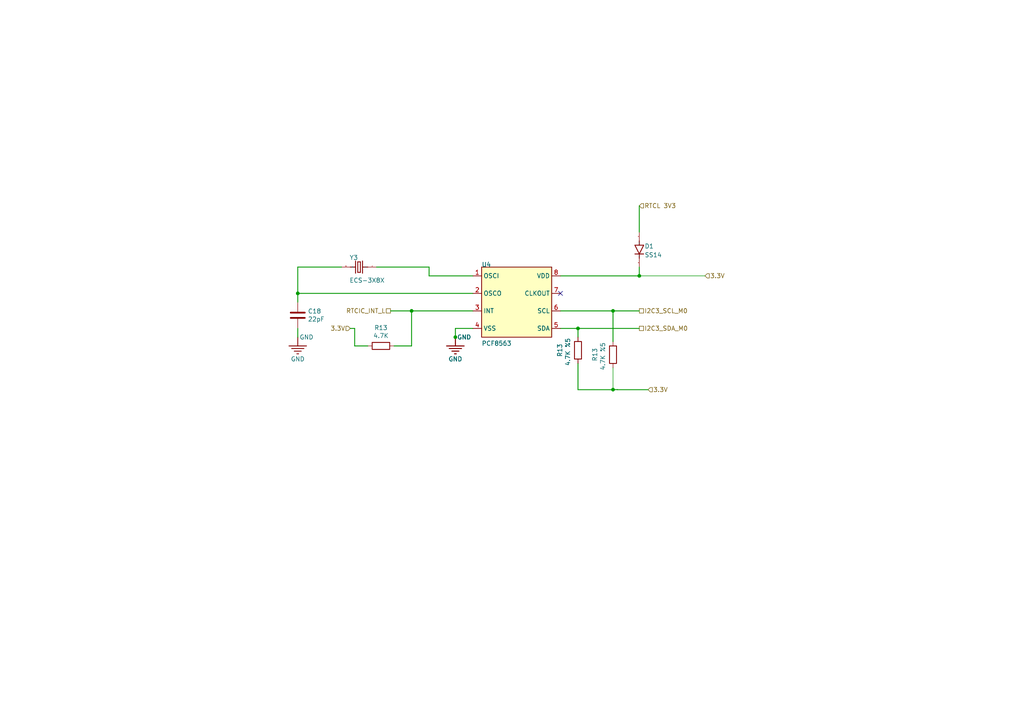
<source format=kicad_sch>
(kicad_sch (version 20230819) (generator eeschema)
  (paper "A4")
  (lib_symbols
    (symbol "Device:C" (pin_numbers hide) (pin_names (offset 0.254))
      (property "Reference" "C" (at 0.635 2.54 0))
      (property "Value" "C" (at 0.635 -2.54 0))
      (symbol "C_0_1"
        (polyline (pts (xy -2.032 -0.762) (xy 2.032 -0.762)) (stroke (width 0.508)))
        (polyline (pts (xy -2.032 0.762) (xy 2.032 0.762)) (stroke (width 0.508)))
      )
      (symbol "C_1_1"
        (pin passive line (at 0 3.81 270) (length 2.794) (name "~") (number "1"))
        (pin passive line (at 0 -3.81 90) (length 2.794) (name "~") (number "2"))
      )
    )
    (symbol "Device:R" (pin_numbers hide) (pin_names (offset 0))
      (property "Reference" "R" (at 2.032 0 90))
      (property "Value" "R" (at 0 0 90))
      (symbol "R_0_1"
        (rectangle (start -1.016 -2.54) (end 1.016 2.54) (stroke (width 0.254)))
      )
      (symbol "R_1_1"
        (pin passive line (at 0 3.81 270) (length 1.27) (name "~") (number "1"))
        (pin passive line (at 0 -3.81 90) (length 1.27) (name "~") (number "2"))
      )
    )
    (symbol "RTCL-altium-import:GND" (power)
      (property "Reference" "#PWR" (at 0 0 0))
      (property "Value" "GND" (at 0 6.35 0))
      (symbol "GND_0_0"
        (polyline (pts (xy -2.54 -2.54) (xy 2.54 -2.54)) (stroke (width 0.254)))
        (polyline (pts (xy -1.778 -3.302) (xy 1.778 -3.302)) (stroke (width 0.254)))
        (polyline (pts (xy -1.016 -4.064) (xy 1.016 -4.064)) (stroke (width 0.254)))
        (polyline (pts (xy -0.254 -4.826) (xy 0.254 -4.826)) (stroke (width 0.254)))
        (polyline (pts (xy 0 0) (xy 0 -2.54)) (stroke (width 0.254)))
        (pin power_in line (at 0 0 0) (length 0) (name "GND") (number ""))
      )
    )
    (symbol "RTCL-altium-import:root_0_PCF8563"
      (symbol "root_0_PCF8563_1_0"
        (rectangle (start 10.16 10.16) (end -10.16 -10.16) (stroke (width 0.254) (color 128 0 0 1)) (fill (type background)))
        (pin passive line (at -12.7 7.62 0) (length 2.54) (name "OSCI") (number "1"))
        (pin passive line (at -12.7 2.54 0) (length 2.54) (name "OSCO") (number "2"))
        (pin passive line (at -12.7 -2.54 0) (length 2.54) (name "INT") (number "3"))
        (pin passive line (at -12.7 -7.62 0) (length 2.54) (name "VSS") (number "4"))
        (pin passive line (at 12.7 -7.62 180) (length 2.54) (name "SDA") (number "5"))
        (pin passive line (at 12.7 -2.54 180) (length 2.54) (name "SCL") (number "6"))
        (pin passive line (at 12.7 2.54 180) (length 2.54) (name "CLKOUT") (number "7"))
        (pin passive line (at 12.7 7.62 180) (length 2.54) (name "VDD") (number "8"))
      )
    )
    (symbol "RTCL-altium-import:root_2_ECS-3X8X"
      (symbol "root_2_ECS-3X8X_1_0"
        (polyline (pts (xy -1.016 -1.778) (xy -1.016 1.778)) (stroke (width 0.254)))
        (polyline (pts (xy -1.016 0) (xy -2.54 0)) (stroke (width 0.254)))
        (polyline (pts (xy -0.381 -1.524) (xy 0.381 -1.524)) (stroke (width 0.254)))
        (polyline (pts (xy -0.381 1.524) (xy -0.381 -1.524)) (stroke (width 0.254)))
        (polyline (pts (xy 0.381 -1.524) (xy 0.381 1.524)) (stroke (width 0.254)))
        (polyline (pts (xy 0.381 1.524) (xy -0.381 1.524)) (stroke (width 0.254)))
        (polyline (pts (xy 1.016 -1.778) (xy 1.016 1.778)) (stroke (width 0.254)))
        (polyline (pts (xy 2.54 0) (xy 1.016 0)) (stroke (width 0.254)))
        (pin passive line (at 5.08 0 180) (length 2.54) (name "1") (number "1"))
        (pin passive line (at -5.08 0 0) (length 2.54) (name "2") (number "2"))
      )
    )
    (symbol "RTCL-altium-import:root_3_LL4148"
      (symbol "root_3_LL4148_1_0"
        (polyline (pts (xy -1.27 1.27) (xy 0 -1.27)) (stroke (width 0.254)))
        (polyline (pts (xy 0 -1.27) (xy 0 -2.54)) (stroke (width 0.254)))
        (polyline (pts (xy 0 -1.27) (xy 1.27 1.27)) (stroke (width 0.254)))
        (polyline (pts (xy 0 2.54) (xy 0 1.27)) (stroke (width 0.254)))
        (polyline (pts (xy 1.27 -1.27) (xy -1.27 -1.27)) (stroke (width 0.254)))
        (polyline (pts (xy 1.27 1.27) (xy -1.27 1.27)) (stroke (width 0.254)))
        (pin passive line (at 0 5.08 270) (length 2.54) (name "A") (number "A"))
        (pin passive line (at 0 -5.08 90) (length 2.54) (name "C") (number "C"))
      )
    )
  )
  (junction (at 177.8 90.17))
  (junction (at 185.42 80.01))
  (junction (at 167.64 95.25))
  (junction (at 119.38 90.17))
  (junction (at 177.8 113.0104))
  (junction (at 132.08 97.79))
  (junction (at 86.36 85.09))
  (no_connect (at 162.56 85.09))
  (wire (pts (xy 162.56 90.17) (xy 177.8 90.17)) (stroke (width 0.254)))
  (wire (pts (xy 137.16 95.25) (xy 132.08 95.25)) (stroke (width 0.254)))
  (wire (pts (xy 119.38 90.17) (xy 119.38 100.33)) (stroke (width 0.254)))
  (wire (pts (xy 86.36 85.09) (xy 86.36 77.47)) (stroke (width 0.254)))
  (wire (pts (xy 86.36 87.63) (xy 86.36 85.09)) (stroke (width 0.254)))
  (wire (pts (xy 113.281 90.17) (xy 119.38 90.17)) (stroke (width 0.254)))
  (wire (pts (xy 109.22 77.47) (xy 124.46 77.47)) (stroke (width 0.254)))
  (wire (pts (xy 177.8 113.0104) (xy 179.07 113.0104)) (stroke (width 0.254)))
  (wire (pts (xy 102.87 95.25) (xy 102.87 100.33)) (stroke (width 0.254)))
  (wire (pts (xy 167.64 95.25) (xy 162.56 95.25)) (stroke (width 0.254)))
  (wire (pts (xy 86.36 95.25) (xy 86.36 97.79)) (stroke (width 0.254)))
  (wire (pts (xy 137.16 85.09) (xy 86.36 85.09)) (stroke (width 0.254)))
  (wire (pts (xy 124.46 80.01) (xy 137.16 80.01)) (stroke (width 0.254)))
  (wire (pts (xy 102.87 100.33) (xy 106.68 100.33)) (stroke (width 0.254)))
  (wire (pts (xy 177.8 90.17) (xy 185.42 90.17)) (stroke (width 0.254)))
  (wire (pts (xy 177.8 90.17) (xy 177.8 99.06)) (stroke (width 0.254)))
  (wire (pts (xy 179.07 113.0104) (xy 179.07 113.03)) (stroke (width 0.254)))
  (wire (pts (xy 185.42 59.69) (xy 185.42 67.31)) (stroke (width 0.254)))
  (wire (pts (xy 185.42 80.01) (xy 162.56 80.01)) (stroke (width 0.254)))
  (wire (pts (xy 119.38 90.17) (xy 137.16 90.17)) (stroke (width 0.254)))
  (wire (pts (xy 185.42 80.01) (xy 204.47 80.01)))
  (wire (pts (xy 167.64 113.03) (xy 177.8 113.03)) (stroke (width 0.254)))
  (wire (pts (xy 124.46 77.47) (xy 124.46 80.01)) (stroke (width 0.254)))
  (wire (pts (xy 185.42 77.47) (xy 185.42 80.01)) (stroke (width 0.254)))
  (wire (pts (xy 177.8 113.0104) (xy 177.8 113.03)))
  (wire (pts (xy 185.42 95.25) (xy 167.64 95.25)) (stroke (width 0.254)))
  (wire (pts (xy 167.64 97.79) (xy 167.64 95.25)) (stroke (width 0.254)))
  (wire (pts (xy 86.36 77.47) (xy 99.06 77.47)) (stroke (width 0.254)))
  (wire (pts (xy 132.08 95.25) (xy 132.08 97.79)) (stroke (width 0.254)))
  (wire (pts (xy 177.8 106.68) (xy 177.8 113.0104)))
  (wire (pts (xy 179.07 113.03) (xy 187.96 113.03)) (stroke (width 0.254)))
  (wire (pts (xy 167.64 105.41) (xy 167.64 113.03)) (stroke (width 0.254)))
  (wire (pts (xy 101.6 95.25) (xy 102.87 95.25)) (stroke (width 0.254)))
  (wire (pts (xy 114.3 100.33) (xy 119.38 100.33)) (stroke (width 0.254)))
  (hierarchical_label "RTCIC_INT_L" (shape passive) (at 113.281 90.17 180))
  (hierarchical_label "3.3V" (shape input) (at 101.6 95.25 180))
  (hierarchical_label "3.3V" (shape input) (at 187.96 113.03 0))
  (hierarchical_label "RTCL 3V3" (shape input) (at 185.42 59.69 0))
  (hierarchical_label "I2C3_SDA_M0" (shape passive) (at 185.42 95.25 0))
  (hierarchical_label "3.3V" (shape input) (at 204.47 80.01 0))
  (hierarchical_label "I2C3_SCL_M0" (shape passive) (at 185.42 90.17 0))
  (symbol (lib_id "RTCL-altium-import:root_2_ECS-3X8X") (at 104.14 77.47 0) (unit 1)
    (property "Reference" "Y3" (at 101.346 75.438 0) (effects (justify left bottom)))
    (property "Value" "ECS-3X8X" (at 101.346 82.042 0) (effects (justify left bottom)))
    (property "Footprint" "Library:ECS-3X8X" (effects hide))
    (property "ALTIUM_VALUE" "*" (effects hide))
    (property "PACKAGE" "Cylindrical Can Radial  ECS International" (effects hide))
    (property "MF" "ECS Inc." (effects hide))
    (property "SNAPEDA_LINK" "https://www.snapeda.com/parts/ECS-3X8X/ECS%20Inc./view-part/2454480/?ref=snap" (effects hide))
    (property "MP" "ECS-3X8X" (effects hide))
    (property "MPN" "ECS-3X8X" (effects hide))
    (instances (project "RTCL" (path "" (reference "Y3") (unit 1))) (project "IO_Board" (path "" (reference "Y2") (unit 1))) (project "Bluetooth_Beacon_Kicad" (path "" (reference "Y3") (unit 1))))
  )
  (symbol (lib_id "RTCL-altium-import:GND") (at 132.08 97.79 0) (unit 1)
    (property "Reference" "#PWR?" (effects hide))
    (property "Value" "GND" (at 132.08 104.14 0))
    (instances (project "RTCL" (path "" (reference "#PWR?") (unit 1))) (project "IO_Board" (path "" (reference "#PWR040") (unit 1))) (project "Bluetooth_Beacon_Kicad" (path "" (reference "#PWR043") (unit 1))))
  )
  (symbol (lib_id "RTCL-altium-import:root_0_PCF8563") (at 149.86 87.63 0) (unit 1)
    (property "Reference" "U4" (at 139.7 77.47 0) (effects (justify left bottom)))
    (property "Value" "PCF8563" (at 139.7 100.33 0) (effects (justify left bottom)))
    (property "Footprint" "Library:PCF8563" (effects hide))
    (property "MPN" "PCF8563" (effects hide))
    (instances (project "RTCL" (path "" (reference "U4") (unit 1))) (project "IO_Board" (path "" (reference "U6") (unit 1))) (project "Bluetooth_Beacon_Kicad" (path "" (reference "U4") (unit 1))))
  )
  (symbol (lib_id "Device:R") (at 110.49 100.33 270) (unit 1)
    (property "Reference" "R13" (at 110.49 95.0722 90))
    (property "Value" "4.7K" (at 110.49 97.3836 90))
    (property "Footprint" "Resistor_SMD:R_0603_1608Metric" (effects hide))
    (instances (project "RP2040_minimal" (path "" (reference "R13") (unit 1))) (project "RP2040" (path "" (reference "R13") (unit 1))) (project "IO_Board" (path "" (reference "R25") (unit 1)) (path "" (reference "R35") (unit 1))))
  )
  (symbol (lib_id "RTCL-altium-import:root_3_LL4148") (at 185.42 72.39 0) (unit 1)
    (property "Reference" "D1" (at 186.944 72.136 0) (effects (justify left bottom)))
    (property "Value" "SS14" (at 186.944 74.676 0) (effects (justify left bottom)))
    (property "Footprint" "Library:DIOM4325X250N" (effects hide))
    (property "ALTIUM_VALUE" "*" (effects hide))
    (property "SNAPEDA_LINK" "https://www.snapeda.com/parts/LL4148/Diotec/view-part/?ref=snap" (effects hide))
    (property "MF" "Diotec Semiconductor" (effects hide))
    (property "PURCHASE-URL" "https://pricing.snapeda.com/search/part/LL4148/?ref=eda" (effects hide))
    (property "AVAILABILITY" "In Stock" (effects hide))
    (property "PRICE" "None" (effects hide))
    (property "PACKAGE" "MINIMELF-2 Diotec" (effects hide))
    (property "CHECK_PRICES" "https://www.snapeda.com/parts/LL4148/Diotec/view-part/?ref=eda" (effects hide))
    (property "MP" "LL4148" (effects hide))
    (property "MPN" "SS14" (effects hide))
    (instances (project "RTCL" (path "" (reference "D1") (unit 1))) (project "IO_Board" (path "" (reference "D2") (unit 1))) (project "Bluetooth_Beacon_Kicad" (path "" (reference "D1") (unit 1))))
  )
  (symbol (lib_id "Device:R") (at 167.64 101.6 0) (unit 1)
    (property "Reference" "R13" (at 162.3822 101.6 90))
    (property "Value" "4.7K %5 " (at 164.6936 101.6 90))
    (property "Footprint" "Resistor_SMD:R_0603_1608Metric" (effects hide))
    (instances (project "RP2040_minimal" (path "" (reference "R13") (unit 1))) (project "RP2040" (path "" (reference "R13") (unit 1))) (project "IO_Board" (path "" (reference "R25") (unit 1)) (path "" (reference "R36") (unit 1))))
  )
  (symbol (lib_id "Device:C") (at 86.36 91.44 0) (unit 1)
    (property "Reference" "C18" (at 89.281 90.2716 0) (effects (justify left)))
    (property "Value" "22pF" (at 89.281 92.583 0) (effects (justify left)))
    (property "Footprint" "Capacitor_SMD:C_0603_1608Metric" (effects hide))
    (instances (project "RP2040_minimal" (path "" (reference "C18") (unit 1))) (project "RP2040" (path "" (reference "C18") (unit 1))) (project "IO_Board" (path "" (reference "C9") (unit 1)) (path "" (reference "C23") (unit 1))))
  )
  (symbol (lib_id "RTCL-altium-import:GND") (at 86.36 97.79 0) (unit 1)
    (property "Reference" "#PWR?" (effects hide))
    (property "Value" "GND" (at 86.36 104.14 0))
    (instances (project "RTCL" (path "" (reference "#PWR?") (unit 1))) (project "IO_Board" (path "" (reference "#PWR038") (unit 1))) (project "Bluetooth_Beacon_Kicad" (path "" (reference "#PWR040") (unit 1))))
  )
  (symbol (lib_id "Device:R") (at 177.8 102.87 0) (unit 1)
    (property "Reference" "R13" (at 172.5422 102.87 90))
    (property "Value" "4.7K %5 " (at 174.8536 102.87 90))
    (property "Footprint" "Resistor_SMD:R_0603_1608Metric" (effects hide))
    (instances (project "RP2040_minimal" (path "" (reference "R13") (unit 1))) (project "RP2040" (path "" (reference "R13") (unit 1))) (project "IO_Board" (path "" (reference "R25") (unit 1)) (path "" (reference "R37") (unit 1))))
  )
  (symbol (lib_id "RTCL-altium-import:GND") (at 132.08 97.79 0) (unit 1)
    (property "Reference" "#PWR?" (effects hide))
    (property "Value" "GND" (at 132.08 104.14 0))
    (instances (project "RTCL" (path "" (reference "#PWR?") (unit 1))) (project "IO_Board" (path "" (reference "#PWR041") (unit 1))) (project "Bluetooth_Beacon_Kicad" (path "" (reference "#PWR042") (unit 1))))
  )
)
</source>
